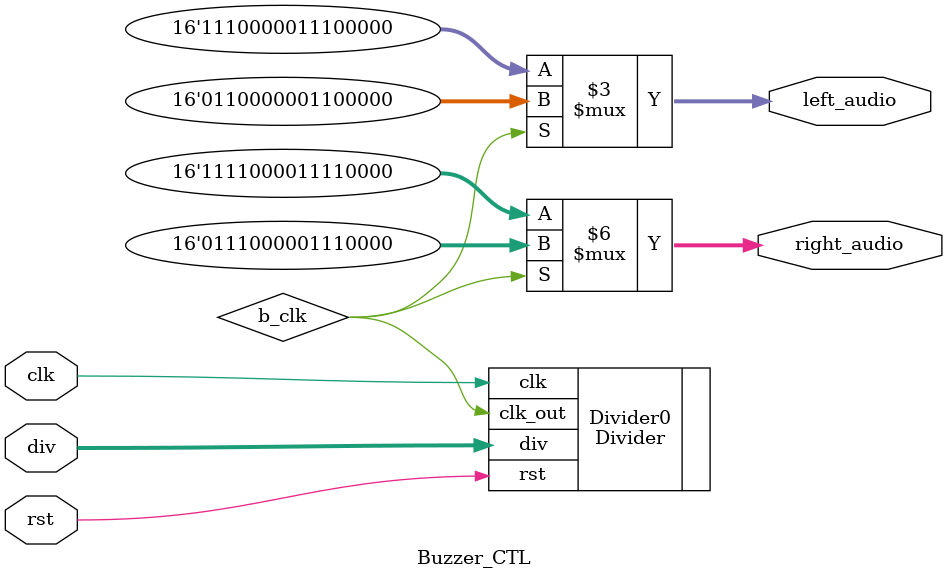
<source format=v>
`timescale 1ns / 1ps


module Buzzer_CTL(clk, rst, div, right_audio, left_audio);
input clk, rst;
input [26:0]div;
output reg [15:0]right_audio;
output reg [15:0]left_audio;

wire b_clk;

Divider Divider0(.clk(clk), .rst(rst), .div(div), .clk_out(b_clk));

always @* begin
    if (b_clk) begin
        right_audio = 16'h7070;
        left_audio =  16'h6060;
    end else begin
        right_audio = 16'hf0f0;    
        left_audio =  16'he0e0;end
end


    
    


endmodule

</source>
